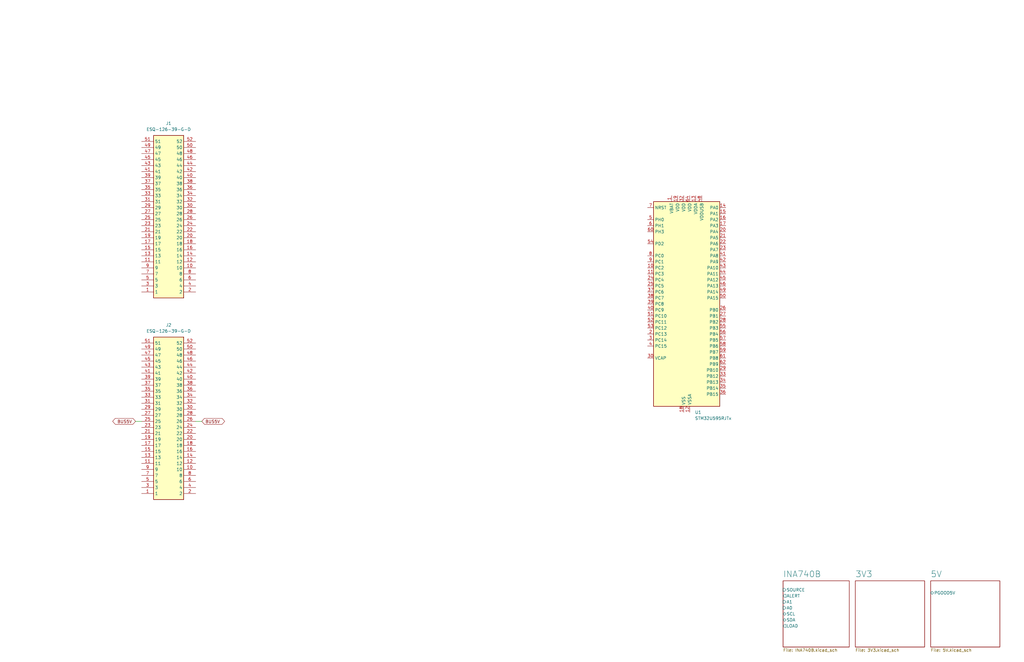
<source format=kicad_sch>
(kicad_sch (version 20231120) (generator "eeschema") (generator_version "8.0")
  (paper "USLedger")
  (lib_symbols
    (symbol "Bus:ESQ-126-39-G-D"
      (property "Reference" "J" (at 19.05 7.62 0))
      (property "Value" "ESQ-126-39-G-D" (at 19.05 5.08 0))
      (symbol "ESQ-126-39-G-D_1_1"
        (rectangle (start 5.08 2.54) (end 17.78 -66.04) (stroke (width 0.254)) (fill (type background)))
        (pin passive line (at 0 -63.5 0) (length 5.08) (name "1") (number "1"))
        (pin passive line (at 22.86 -53.34 180) (length 5.08) (name "10") (number "10"))
        (pin passive line (at 0 -50.8 0) (length 5.08) (name "11") (number "11"))
        (pin passive line (at 22.86 -50.8 180) (length 5.08) (name "12") (number "12"))
        (pin passive line (at 0 -48.26 0) (length 5.08) (name "13") (number "13"))
        (pin passive line (at 22.86 -48.26 180) (length 5.08) (name "14") (number "14"))
        (pin passive line (at 0 -45.72 0) (length 5.08) (name "15") (number "15"))
        (pin passive line (at 22.86 -45.72 180) (length 5.08) (name "16") (number "16"))
        (pin passive line (at 0 -43.18 0) (length 5.08) (name "17") (number "17"))
        (pin passive line (at 22.86 -43.18 180) (length 5.08) (name "18") (number "18"))
        (pin passive line (at 0 -40.64 0) (length 5.08) (name "19") (number "19"))
        (pin passive line (at 22.86 -63.5 180) (length 5.08) (name "2") (number "2"))
        (pin passive line (at 22.86 -40.64 180) (length 5.08) (name "20") (number "20"))
        (pin passive line (at 0 -38.1 0) (length 5.08) (name "21") (number "21"))
        (pin passive line (at 22.86 -38.1 180) (length 5.08) (name "22") (number "22"))
        (pin passive line (at 0 -35.56 0) (length 5.08) (name "23") (number "23"))
        (pin passive line (at 22.86 -35.56 180) (length 5.08) (name "24") (number "24"))
        (pin passive line (at 0 -33.02 0) (length 5.08) (name "25") (number "25"))
        (pin passive line (at 22.86 -33.02 180) (length 5.08) (name "26") (number "26"))
        (pin passive line (at 0 -30.48 0) (length 5.08) (name "27") (number "27"))
        (pin passive line (at 22.86 -30.48 180) (length 5.08) (name "28") (number "28"))
        (pin passive line (at 0 -27.94 0) (length 5.08) (name "29") (number "29"))
        (pin passive line (at 0 -60.96 0) (length 5.08) (name "3") (number "3"))
        (pin passive line (at 22.86 -27.94 180) (length 5.08) (name "30") (number "30"))
        (pin passive line (at 0 -25.4 0) (length 5.08) (name "31") (number "31"))
        (pin passive line (at 22.86 -25.4 180) (length 5.08) (name "32") (number "32"))
        (pin passive line (at 0 -22.86 0) (length 5.08) (name "33") (number "33"))
        (pin passive line (at 22.86 -22.86 180) (length 5.08) (name "34") (number "34"))
        (pin passive line (at 0 -20.32 0) (length 5.08) (name "35") (number "35"))
        (pin passive line (at 22.86 -20.32 180) (length 5.08) (name "36") (number "36"))
        (pin passive line (at 0 -17.78 0) (length 5.08) (name "37") (number "37"))
        (pin passive line (at 22.86 -17.78 180) (length 5.08) (name "38") (number "38"))
        (pin passive line (at 0 -15.24 0) (length 5.08) (name "39") (number "39"))
        (pin passive line (at 22.86 -60.96 180) (length 5.08) (name "4") (number "4"))
        (pin passive line (at 22.86 -15.24 180) (length 5.08) (name "40") (number "40"))
        (pin passive line (at 0 -12.7 0) (length 5.08) (name "41") (number "41"))
        (pin passive line (at 22.86 -12.7 180) (length 5.08) (name "42") (number "42"))
        (pin passive line (at 0 -10.16 0) (length 5.08) (name "43") (number "43"))
        (pin passive line (at 22.86 -10.16 180) (length 5.08) (name "44") (number "44"))
        (pin passive line (at 0 -7.62 0) (length 5.08) (name "45") (number "45"))
        (pin passive line (at 22.86 -7.62 180) (length 5.08) (name "46") (number "46"))
        (pin passive line (at 0 -5.08 0) (length 5.08) (name "47") (number "47"))
        (pin passive line (at 22.86 -5.08 180) (length 5.08) (name "48") (number "48"))
        (pin passive line (at 0 -2.54 0) (length 5.08) (name "49") (number "49"))
        (pin passive line (at 0 -58.42 0) (length 5.08) (name "5") (number "5"))
        (pin passive line (at 22.86 -2.54 180) (length 5.08) (name "50") (number "50"))
        (pin passive line (at 0 0 0) (length 5.08) (name "51") (number "51"))
        (pin passive line (at 22.86 0 180) (length 5.08) (name "52") (number "52"))
        (pin passive line (at 22.86 -58.42 180) (length 5.08) (name "6") (number "6"))
        (pin passive line (at 0 -55.88 0) (length 5.08) (name "7") (number "7"))
        (pin passive line (at 22.86 -55.88 180) (length 5.08) (name "8") (number "8"))
        (pin passive line (at 0 -53.34 0) (length 5.08) (name "9") (number "9"))
      )
    )
    (symbol "MCU_ST_STM32U5:STM32U595RJTx"
      (property "Reference" "U" (at -12.7 44.45 0))
      (property "Value" "STM32U595RJTx" (at 10.16 44.45 0))
      (symbol "STM32U595RJTx_0_1"
        (rectangle (start -12.7 -43.18) (end 15.24 43.18) (stroke (width 0.254)) (fill (type background)))
      )
      (symbol "STM32U595RJTx_1_1"
        (pin power_in line (at -5.08 45.72 270) (length 2.54) (name "VBAT") (number "1"))
        (pin bidirectional line (at -15.24 15.24 0) (length 2.54) (name "PC2") (number "10"))
        (pin bidirectional line (at -15.24 12.7 0) (length 2.54) (name "PC3") (number "11"))
        (pin power_in line (at 2.54 -45.72 90) (length 2.54) (name "VSSA") (number "12"))
        (pin power_in line (at 5.08 45.72 270) (length 2.54) (name "VDDA") (number "13"))
        (pin bidirectional line (at 17.78 40.64 180) (length 2.54) (name "PA0") (number "14"))
        (pin bidirectional line (at 17.78 38.1 180) (length 2.54) (name "PA1") (number "15"))
        (pin bidirectional line (at 17.78 35.56 180) (length 2.54) (name "PA2") (number "16"))
        (pin bidirectional line (at 17.78 33.02 180) (length 2.54) (name "PA3") (number "17"))
        (pin power_in line (at 0 -45.72 90) (length 2.54) (name "VSS") (number "18"))
        (pin power_in line (at -2.54 45.72 270) (length 2.54) (name "VDD") (number "19"))
        (pin bidirectional line (at -15.24 -12.7 0) (length 2.54) (name "PC13") (number "2"))
        (pin bidirectional line (at 17.78 30.48 180) (length 2.54) (name "PA4") (number "20"))
        (pin bidirectional line (at 17.78 27.94 180) (length 2.54) (name "PA5") (number "21"))
        (pin bidirectional line (at 17.78 25.4 180) (length 2.54) (name "PA6") (number "22"))
        (pin bidirectional line (at 17.78 22.86 180) (length 2.54) (name "PA7") (number "23"))
        (pin bidirectional line (at -15.24 10.16 0) (length 2.54) (name "PC4") (number "24"))
        (pin bidirectional line (at -15.24 7.62 0) (length 2.54) (name "PC5") (number "25"))
        (pin bidirectional line (at 17.78 -2.54 180) (length 2.54) (name "PB0") (number "26"))
        (pin bidirectional line (at 17.78 -5.08 180) (length 2.54) (name "PB1") (number "27"))
        (pin bidirectional line (at 17.78 -7.62 180) (length 2.54) (name "PB2") (number "28"))
        (pin bidirectional line (at 17.78 -27.94 180) (length 2.54) (name "PB10") (number "29"))
        (pin bidirectional line (at -15.24 -15.24 0) (length 2.54) (name "PC14") (number "3"))
        (pin power_out line (at -15.24 -22.86 0) (length 2.54) (name "VCAP") (number "30"))
        (pin passive line (at 0 -45.72 90) (length 2.54) hide (name "VSS") (number "31"))
        (pin power_in line (at 0 45.72 270) (length 2.54) (name "VDD") (number "32"))
        (pin bidirectional line (at 17.78 -30.48 180) (length 2.54) (name "PB12") (number "33"))
        (pin bidirectional line (at 17.78 -33.02 180) (length 2.54) (name "PB13") (number "34"))
        (pin bidirectional line (at 17.78 -35.56 180) (length 2.54) (name "PB14") (number "35"))
        (pin bidirectional line (at 17.78 -38.1 180) (length 2.54) (name "PB15") (number "36"))
        (pin bidirectional line (at -15.24 5.08 0) (length 2.54) (name "PC6") (number "37"))
        (pin bidirectional line (at -15.24 2.54 0) (length 2.54) (name "PC7") (number "38"))
        (pin bidirectional line (at -15.24 0 0) (length 2.54) (name "PC8") (number "39"))
        (pin bidirectional line (at -15.24 -17.78 0) (length 2.54) (name "PC15") (number "4"))
        (pin bidirectional line (at -15.24 -2.54 0) (length 2.54) (name "PC9") (number "40"))
        (pin bidirectional line (at 17.78 20.32 180) (length 2.54) (name "PA8") (number "41"))
        (pin bidirectional line (at 17.78 17.78 180) (length 2.54) (name "PA9") (number "42"))
        (pin bidirectional line (at 17.78 15.24 180) (length 2.54) (name "PA10") (number "43"))
        (pin bidirectional line (at 17.78 12.7 180) (length 2.54) (name "PA11") (number "44"))
        (pin bidirectional line (at 17.78 10.16 180) (length 2.54) (name "PA12") (number "45"))
        (pin bidirectional line (at 17.78 7.62 180) (length 2.54) (name "PA13") (number "46"))
        (pin passive line (at 0 -45.72 90) (length 2.54) hide (name "VSS") (number "47"))
        (pin power_in line (at 7.62 45.72 270) (length 2.54) (name "VDDUSB") (number "48"))
        (pin bidirectional line (at 17.78 5.08 180) (length 2.54) (name "PA14") (number "49"))
        (pin bidirectional line (at -15.24 35.56 0) (length 2.54) (name "PH0") (number "5"))
        (pin bidirectional line (at 17.78 2.54 180) (length 2.54) (name "PA15") (number "50"))
        (pin bidirectional line (at -15.24 -5.08 0) (length 2.54) (name "PC10") (number "51"))
        (pin bidirectional line (at -15.24 -7.62 0) (length 2.54) (name "PC11") (number "52"))
        (pin bidirectional line (at -15.24 -10.16 0) (length 2.54) (name "PC12") (number "53"))
        (pin bidirectional line (at -15.24 25.4 0) (length 2.54) (name "PD2") (number "54"))
        (pin bidirectional line (at 17.78 -10.16 180) (length 2.54) (name "PB3") (number "55"))
        (pin bidirectional line (at 17.78 -12.7 180) (length 2.54) (name "PB4") (number "56"))
        (pin bidirectional line (at 17.78 -15.24 180) (length 2.54) (name "PB5") (number "57"))
        (pin bidirectional line (at 17.78 -17.78 180) (length 2.54) (name "PB6") (number "58"))
        (pin bidirectional line (at 17.78 -20.32 180) (length 2.54) (name "PB7") (number "59"))
        (pin bidirectional line (at -15.24 33.02 0) (length 2.54) (name "PH1") (number "6"))
        (pin bidirectional line (at -15.24 30.48 0) (length 2.54) (name "PH3") (number "60"))
        (pin bidirectional line (at 17.78 -22.86 180) (length 2.54) (name "PB8") (number "61"))
        (pin bidirectional line (at 17.78 -25.4 180) (length 2.54) (name "PB9") (number "62"))
        (pin passive line (at 0 -45.72 90) (length 2.54) hide (name "VSS") (number "63"))
        (pin power_in line (at 2.54 45.72 270) (length 2.54) (name "VDD") (number "64"))
        (pin input line (at -15.24 40.64 0) (length 2.54) (name "NRST") (number "7"))
        (pin bidirectional line (at -15.24 20.32 0) (length 2.54) (name "PC0") (number "8"))
        (pin bidirectional line (at -15.24 17.78 0) (length 2.54) (name "PC1") (number "9"))
      )
    )
  )
  (wire (pts (xy 57.15 177.8) (xy 59.69 177.8)))
  (wire (pts (xy 82.55 177.8) (xy 85.09 177.8)))
  (global_label "BUS5V" (shape bidirectional) (at 57.15 177.8 180) (property "Intersheetrefs" "${INTERSHEET_REFS}" (effects (hide yes))))
  (global_label "BUS5V" (shape bidirectional) (at 85.09 177.8 0) (property "Intersheetrefs" "${INTERSHEET_REFS}" (effects (hide yes))))
  (symbol (lib_id "MCU_ST_STM32U5:STM32U595RJTx") (at 288.29 128.27 0) (unit 1)
    (property "Reference" "U1" (at 293.0241 173.99 0) (effects (justify left)))
    (property "Value" "STM32U595RJTx" (at 293.0241 176.53 0) (effects (justify left)))
    (property "Footprint" "Package_QFP:LQFP-64_10x10mm_P0.5mm" (effects (hide yes)))
    (property "Datasheet" "https://www.st.com/resource/en/datasheet/stm32u595rj.pdf" (effects (hide yes)))
    (property "Description" "STMicroelectronics Arm Cortex-M33 MCU, 4096KB flash, 2514KB RAM, 51 GPIO, LQFP64" (effects (hide yes)))
  )
  (symbol (lib_id "Bus:ESQ-126-39-G-D") (at 59.69 144.78 0) (unit 1)
    (property "Reference" "J2" (at 71.12 137.16 0))
    (property "Value" "ESQ-126-39-G-D" (at 71.12 139.7 0))
    (property "Footprint" "ESQ-126-Y-X-D" (effects (hide yes)))
    (property "Datasheet" "http://suddendocs.samtec.com/prints/esq-1xx-xx-x-x-xxx-xx-x-xx-mkt.pdf" (effects (hide yes)))
    (property "Description" ".100\" PC/104 Elevated Socket Strip,  positions per row,  row" (effects (hide yes)))
    (property "Manufacturer_Name" "SAMTEC" (effects (hide yes)))
    (property "Manufacturer_Part_Number" "ESQ-126-39-G-D" (effects (hide yes)))
    (property "Mouser Part Number" "200-ESQ12639GD" (effects (hide yes)))
    (property "Mouser Price/Stock" "https://www.mouser.co.uk/ProductDetail/Samtec/ESQ-126-39-G-D?qs=Cqqh%252BS766wm7W672HSOlSA%3D%3D" (effects (hide yes)))
    (property "Arrow Part Number" "ESQ-126-39-G-D" (effects (hide yes)))
    (property "Arrow Price/Stock" "https://www.arrow.com/en/products/esq-126-39-g-d/samtec?region=nac" (effects (hide yes)))
  )
  (symbol (lib_id "Bus:ESQ-126-39-G-D") (at 59.69 59.69 0) (unit 1)
    (property "Reference" "J1" (at 71.12 52.07 0))
    (property "Value" "ESQ-126-39-G-D" (at 71.12 54.61 0))
    (property "Footprint" "ESQ-126-Y-X-D" (effects (hide yes)))
    (property "Datasheet" "http://suddendocs.samtec.com/prints/esq-1xx-xx-x-x-xxx-xx-x-xx-mkt.pdf" (effects (hide yes)))
    (property "Description" ".100\" PC/104 Elevated Socket Strip,  positions per row,  row" (effects (hide yes)))
    (property "Manufacturer_Name" "SAMTEC" (effects (hide yes)))
    (property "Manufacturer_Part_Number" "ESQ-126-39-G-D" (effects (hide yes)))
    (property "Mouser Part Number" "200-ESQ12639GD" (effects (hide yes)))
    (property "Mouser Price/Stock" "https://www.mouser.co.uk/ProductDetail/Samtec/ESQ-126-39-G-D?qs=Cqqh%252BS766wm7W672HSOlSA%3D%3D" (effects (hide yes)))
    (property "Arrow Part Number" "ESQ-126-39-G-D" (effects (hide yes)))
    (property "Arrow Price/Stock" "https://www.arrow.com/en/products/esq-126-39-g-d/samtec?region=nac" (effects (hide yes)))
  )
  (sheet (at 330.2 245.11) (size 27.94 27.94) (stroke (width 0.1524))
    (property "Sheetname" "INA740B" (at 330.2 243.7634 0) (effects (font (size 2.54 2.54)) (justify left bottom)))
    (property "Sheetfile" "INA740B.kicad_sch" (at 330.2 273.6346 0) (effects (justify left top)))
    (pin "SOURCE" input (at 330.2 248.92 180))
    (pin "ALERT" output (at 330.2 251.46 180))
    (pin "A1" input (at 330.2 254 180))
    (pin "A0" input (at 330.2 256.54 180))
    (pin "SCL" bidirectional (at 330.2 259.08 180))
    (pin "SDA" bidirectional (at 330.2 261.62 180))
    (pin "LOAD" output (at 330.2 264.16 180))
  )
  (sheet (at 392.43 245.11) (size 29.21 27.94) (stroke (width 0.1524))
    (property "Sheetname" "5V" (at 392.43 243.7634 0) (effects (font (size 2.54 2.54)) (justify left bottom)))
    (property "Sheetfile" "5V.kicad_sch" (at 392.43 273.6346 0) (effects (justify left top)))
    (pin "PGOOD5V" bidirectional (at 392.43 250.19 180))
  )
  (sheet (at 360.68 245.11) (size 29.21 27.94) (stroke (width 0.1524))
    (property "Sheetname" "3V3" (at 360.68 243.7634 0) (effects (font (size 2.54 2.54)) (justify left bottom)))
    (property "Sheetfile" "3V3.kicad_sch" (at 360.68 273.6346 0) (effects (justify left top)))
  )
)
</source>
